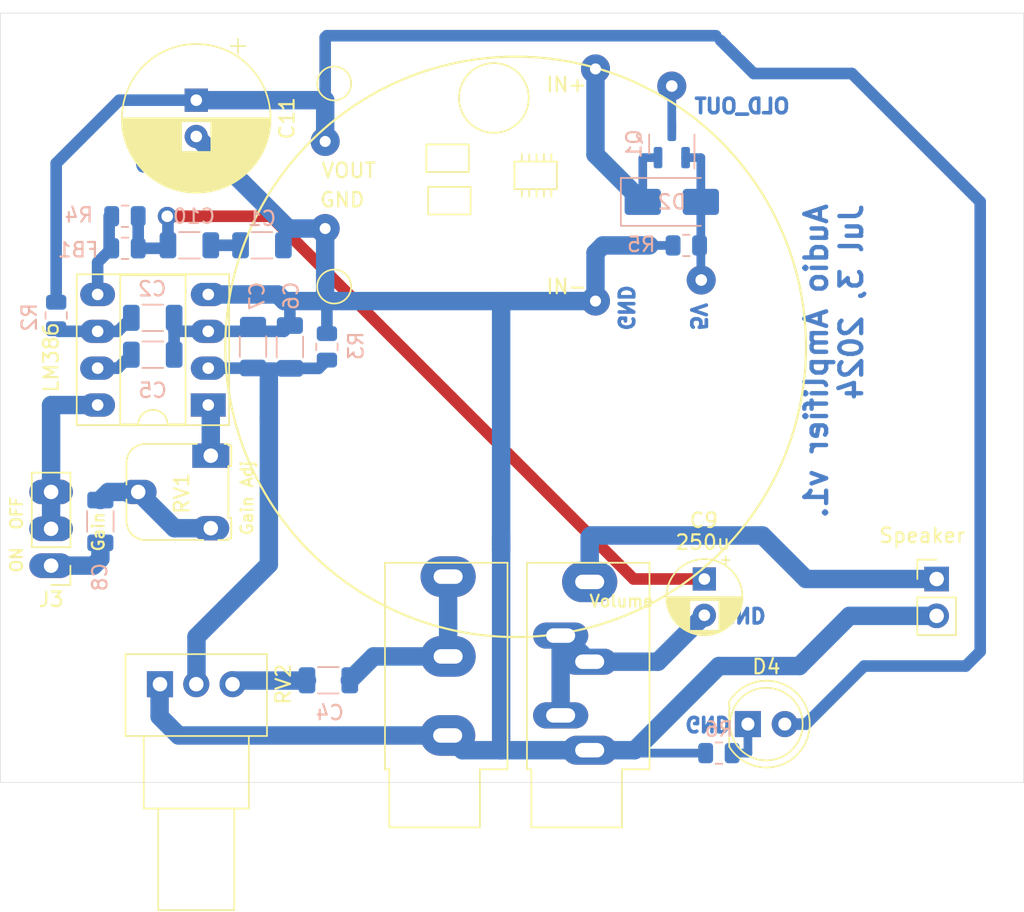
<source format=kicad_pcb>
(kicad_pcb (version 20221018) (generator pcbnew)
  (title_block (rev "1"))
  (layers (0 "F.Cu" signal "Front") (1 "In1.Cu" signal) (2 "In2.Cu" signal) (31 "B.Cu" signal "Back") (34 "B.Paste" user) (35 "F.Paste" user) (36 "B.SilkS" user "B.Silkscreen") (37 "F.SilkS" user "F.Silkscreen") (38 "B.Mask" user) (39 "F.Mask" user) (44 "Edge.Cuts" user))
  (net 0 "")
  (net 1 "GND")
  (net 2 "Net-(C1-Pad2)")
  (net 3 "Net-(U1-V+)")
  (net 4 "+12V")
  (net 5 "SIG_IN")
  (net 6 "Net-(C4-Pad2)")
  (net 7 "Net-(U1-BYPASS)")
  (net 8 "Net-(U1--)")
  (net 9 "Net-(J3-Pin_1)")
  (net 10 "Net-(C10-Pad2)")
  (net 11 "Net-(D2-K)")
  (net 12 "Net-(D2-A)")
  (net 13 "Net-(FB1-Pad1)")
  (net 14 "Net-(RV1-Pad1)")
  (net 15 "Net-(J3-Pin_2)")
  (net 16 "Net-(C8-Pad1)")
  (net 17 "AUDIO_OUT")
  (net 18 "Net-(J6-PadTN)")
  (net 19 "Net-(D4-K)")
  (net 20 "Net-(Q1-D)")
  (footprint "Potentiometer_THT:Potentiometer_Runtron_RM-065_Vertical" (layer "F.Cu") (at 139 57.5 -90)
    (fp_text reference "RV1" (at 2.6 2 -270) (layer "F.SilkS"))
    (fp_text value "100")
    (pad "1" thru_hole rect (at 0 0 270) (size 1.6764 2.54) (drill 1) (layers "*.Cu" "*.Mask") (net 14 "Net-(RV1-Pad1)"))
    (pad "2" thru_hole oval (at 2.5 5 270) (size 1.6764 2.54) (drill 1) (layers "*.Cu" "*.Mask") (net 16 "Net-(C8-Pad1)"))
    (pad "3" thru_hole oval (at 5 0 90) (size 1.6764 2.54) (drill 1) (layers "*.Cu" "*.Mask") (net 16 "Net-(C8-Pad1)"))
  )
  (footprint "Connector_PinHeader_2.54mm:PinHeader_1x03_P2.54mm_Vertical" (layer "F.Cu") (at 128 65.08 180)
    (fp_text reference "J3" (at 0 -2.33) (layer "F.SilkS"))
    (fp_text value "Gain" hide)
    (pad "1" thru_hole oval (at 0 0 180) (size 3 1.7) (drill 1) (layers "*.Cu" "*.Mask") (net 9 "Net-(J3-Pin_1)"))
    (pad "2" thru_hole oval (at 0 2.54 180) (size 3 1.7) (drill 1) (layers "*.Cu" "*.Mask") (net 15 "Net-(J3-Pin_2)"))
    (pad "3" thru_hole oval (at 0 5.08 180) (size 3 1.7) (drill 1) (layers "*.Cu" "*.Mask") (net 15 "Net-(J3-Pin_2)"))
  )
  (footprint "MountingHole:MountingHole_3.2mm_M3" (layer "F.Cu") (at 191 76 90)
    (fp_text reference "H4" hide)
    (fp_text value "MountingHole" hide)
    (pad "" np_thru_hole circle (at 0 0 90) (size 3.2 3.2) (drill 3.2) (layers "*.Cu" "*.Mask"))
  )
  (footprint "MountingHole:MountingHole_3.2mm_M3" (layer "F.Cu") (at 128 31 90)
    (fp_text reference "H1" hide)
    (fp_text value "MountingHole" hide)
    (pad "" np_thru_hole circle (at 0 0 90) (size 3.2 3.2) (drill 3.2) (layers "*.Cu" "*.Mask"))
  )
  (footprint "Connector_Audio:Jack_3.5mm_CUI_SJ1-3533NG_Horizontal" (layer "F.Cu") (at 155.318 77.8 180)
    (fp_text reference "J4" hide)
    (fp_text value "Audio_IN" hide)
    (pad "R" thru_hole oval (at -0.032 11.964 180) (size 3.8 2.8) (drill oval 2 1) (layers "*.Cu" "*.Mask") (net 5 "SIG_IN"))
    (pad "S" thru_hole oval (at 0 1.016 180) (size 3.8 2.8) (drill oval 2 1) (layers "*.Cu" "*.Mask") (net 1 "GND"))
    (pad "T" thru_hole oval (at -0.032 6.464 180) (size 3.8 2.8) (drill oval 2 1) (layers "*.Cu" "*.Mask") (net 5 "SIG_IN"))
  )
  (footprint "LED_THT:LED_D5.0mm" (layer "F.Cu") (at 176 76)
    (fp_text reference "D4" (at 1.27 -3.96) (layer "F.SilkS"))
    (fp_text value "PWR_OK")
    (pad "1" thru_hole rect (at 0 0) (size 1.8 1.8) (drill 0.9) (layers "*.Cu" "*.Mask") (net 19 "Net-(D4-K)"))
    (pad "2" thru_hole circle (at 2.54 0) (size 1.8 1.8) (drill 0.9) (layers "*.Cu" "*.Mask") (net 4 "+12V"))
  )
  (footprint "Connector_Audio:Jack_3.5mm_CUI_SJ1-3535NG_Horizontal" (layer "F.Cu") (at 165.1 77.8 180)
    (fp_text reference "J6" hide)
    (fp_text value "Headphones")
    (pad "R" thru_hole oval (at 2 7.9 180) (size 3.8 1.8) (drill oval 2 1) (layers "*.Cu" "*.Mask") (net 17 "AUDIO_OUT"))
    (pad "RN" thru_hole oval (at 0 6.1 180) (size 3.8 1.8) (drill oval 2 1) (layers "*.Cu" "*.Mask") (net 17 "AUDIO_OUT"))
    (pad "S" thru_hole oval (at 0 0 180) (size 3.8 2) (drill oval 2 1) (layers "*.Cu" "*.Mask") (net 1 "GND"))
    (pad "T" thru_hole oval (at 2 2.4 180) (size 3.8 1.8) (drill oval 2 1) (layers "*.Cu" "*.Mask") (net 17 "AUDIO_OUT"))
    (pad "TN" thru_hole oval (at 0 11.6 180) (size 3.8 2.8) (drill oval 2 1) (layers "*.Cu" "*.Mask") (net 18 "Net-(J6-PadTN)"))
  )
  (footprint "Connector_PinHeader_2.54mm:PinHeader_1x02_P2.54mm_Vertical" (layer "F.Cu") (at 189 66)
    (fp_text reference "LS1" hide)
    (fp_text value "Speaker" (at -1 -3) (layer "F.SilkS"))
    (pad "1" thru_hole rect (at 0 0) (size 1.7 1.7) (drill 1) (layers "*.Cu" "*.Mask") (net 18 "Net-(J6-PadTN)"))
    (pad "2" thru_hole oval (at 0 2.54) (size 1.7 1.7) (drill 1) (layers "*.Cu" "*.Mask") (net 1 "GND"))
  )
  (footprint "Package_DIP:DIP-8_W7.62mm_Socket_LongPads" (layer "F.Cu") (at 138.8254 54.0098 180)
    (fp_text reference "U1" hide)
    (fp_text value "LM386" (at 10.8254 3.283001 90) (layer "F.SilkS"))
    (pad "1" thru_hole rect (at 0 0 180) (size 2.4 1.6) (drill 0.8) (layers "*.Cu" "*.Mask") (net 14 "Net-(RV1-Pad1)"))
    (pad "2" thru_hole oval (at 0 2.54 180) (size 2.4 1.6) (drill 0.8) (layers "*.Cu" "*.Mask") (net 8 "Net-(U1--)"))
    (pad "3" thru_hole oval (at 0 5.08 180) (size 2.4 1.6) (drill 0.8) (layers "*.Cu" "*.Mask") (net 1 "GND"))
    (pad "4" thru_hole oval (at 0 7.62 180) (size 2.4 1.6) (drill 0.8) (layers "*.Cu" "*.Mask") (net 1 "GND"))
    (pad "5" thru_hole oval (at 7.62 7.62 180) (size 2.4 1.6) (drill 0.8) (layers "*.Cu" "*.Mask") (net 13 "Net-(FB1-Pad1)"))
    (pad "6" thru_hole oval (at 7.62 5.08 180) (size 2.4 1.6) (drill 0.8) (layers "*.Cu" "*.Mask") (net 3 "Net-(U1-V+)"))
    (pad "7" thru_hole oval (at 7.62 2.54 180) (size 2.4 1.6) (drill 0.8) (layers "*.Cu" "*.Mask") (net 7 "Net-(U1-BYPASS)"))
    (pad "8" thru_hole oval (at 7.62 0 180) (size 2.4 1.6) (drill 0.8) (layers "*.Cu" "*.Mask") (net 15 "Net-(J3-Pin_2)"))
  )
  (footprint "Potentiometer_THT:Potentiometer_Alps_RK09Y11_Single_Horizontal" (layer "F.Cu") (at 135.5 73.25 90)
    (fp_text reference "RV2" (at 0 8.5 90) (layer "F.SilkS"))
    (fp_text value "100k")
    (pad "1" thru_hole rect (at 0 0 270) (size 1.8 1.8) (drill 1) (layers "*.Cu" "*.Mask") (net 1 "GND"))
    (pad "2" thru_hole circle (at 0 2.5 270) (size 1.8 1.8) (drill 1) (layers "*.Cu" "*.Mask") (net 8 "Net-(U1--)"))
    (pad "3" thru_hole circle (at 0 5 270) (size 1.8 1.8) (drill 1) (layers "*.Cu" "*.Mask") (net 6 "Net-(C4-Pad2)"))
  )
  (footprint "!my-lib:SD6271_StepUp" (layer "F.Cu") (at 155.5 26.345)
    (fp_text reference "U2" hide)
    (fp_text value "SD6271 Step Up" hide)
    (fp_text user "IN-" (at 8 19.5 unlocked) (layer "F.SilkS"))
    (fp_text user "IN+" (at 8 5.58 unlocked) (layer "F.SilkS"))
    (fp_text user "GND" (at -7.437806 13.524214 unlocked) (layer "F.SilkS"))
    (fp_text user "VOUT" (at -7 11.5 unlocked) (layer "F.SilkS"))
    (pad "1" thru_hole circle (at 10 4.5) (size 2 2) (drill 0.762) (layers "*.Cu" "*.Mask") (net 11 "Net-(D2-K)"))
    (pad "2" thru_hole circle (at 10 20.5) (size 2 2) (drill 0.762) (layers "*.Cu" "*.Mask") (net 1 "GND"))
    (pad "3" thru_hole circle (at -8.62 15.5) (size 2 2) (drill 0.762) (layers "*.Cu" "*.Mask") (net 1 "GND"))
    (pad "4" thru_hole circle (at -8.62 9.5) (size 2 2) (drill 0.762) (layers "*.Cu" "*.Mask") (net 4 "+12V"))
  )
  (footprint "Capacitor_THT:CP_Radial_D5.0mm_P2.50mm" (layer "F.Cu") (at 173 66 -90)
    (fp_text reference "C9" (at -4.040025 0.036331) (layer "F.SilkS"))
    (fp_text value "250u" (at -2.533129 0.117057) (layer "F.SilkS"))
    (pad "1" thru_hole rect (at 0 0 270) (size 1.6 1.6) (drill 0.8) (layers "*.Cu" "*.Mask") (net 10 "Net-(C10-Pad2)"))
    (pad "2" thru_hole circle (at 2.5 0 270) (size 1.6 1.6) (drill 0.8) (layers "*.Cu" "*.Mask") (net 17 "AUDIO_OUT"))
  )
  (footprint "Capacitor_THT:CP_Radial_D10.0mm_P2.50mm" (layer "F.Cu") (at 138 33 -90)
    (fp_text reference "C11" (at 1.25 -6.25 90) (layer "F.SilkS"))
    (fp_text value "1000u")
    (pad "1" thru_hole rect (at 0 0 270) (size 1.6 1.6) (drill 0.8) (layers "*.Cu" "*.Mask") (net 4 "+12V"))
    (pad "2" thru_hole circle (at 2.5 0 270) (size 1.6 1.6) (drill 0.8) (layers "*.Cu" "*.Mask") (net 1 "GND"))
  )
  (footprint "MountingHole:MountingHole_3.2mm_M3" (layer "F.Cu") (at 128 76 90)
    (fp_text reference "H2" hide)
    (fp_text value "MountingHole" hide)
    (pad "" np_thru_hole circle (at 0 0 90) (size 3.2 3.2) (drill 3.2) (layers "*.Cu" "*.Mask"))
  )
  (footprint "MountingHole:MountingHole_3.2mm_M3" (layer "F.Cu") (at 191 31 180)
    (fp_text reference "H3" hide)
    (fp_text value "MountingHole" hide)
    (pad "" np_thru_hole circle (at 0 0 180) (size 3.2 3.2) (drill 3.2) (layers "*.Cu" "*.Mask"))
  )
  (footprint "Diode_SMD:D_SMA" (layer "B.Cu") (at 170.756593 40.010341)
    (fp_text reference "D2" (at 0 0) (layer "B.SilkS") (effects (justify mirror)))
    (fp_text value "Schottky")
    (pad "1" smd roundrect (at -2 0) (size 2.5 1.8) (layers "B.Cu" "B.Paste" "B.Mask") (roundrect_rratio 0.1388888889) (net 11 "Net-(D2-K)"))
    (pad "2" smd roundrect (at 2 0) (size 2.5 1.8) (layers "B.Cu" "B.Paste" "B.Mask") (roundrect_rratio 0.1388888889) (net 12 "Net-(D2-A)"))
  )
  (footprint "Capacitor_SMD:C_1206_3216Metric" (layer "B.Cu") (at 131.393948 62.034406 -90)
    (fp_text reference "C8" (at 3.834266 0.030848 -270) (layer "B.SilkS") (effects (justify mirror)))
    (fp_text value "10u")
    (pad "1" smd roundrect (at -1.475 0 270) (size 1.15 1.8) (layers "B.Cu" "B.Paste" "B.Mask") (roundrect_rratio 0.217391) (net 16 "Net-(C8-Pad1)"))
    (pad "2" smd roundrect (at 1.475 0 270) (size 1.15 1.8) (layers "B.Cu" "B.Paste" "B.Mask") (roundrect_rratio 0.217391) (net 9 "Net-(J3-Pin_1)"))
  )
  (footprint "Resistor_SMD:R_0805_2012Metric" (layer "B.Cu") (at 174 78 180)
    (fp_text reference "R6" (at 0 1.65) (layer "B.SilkS") (effects (justify mirror)))
    (fp_text value "10k")
    (pad "1" smd roundrect (at -0.9125 0 180) (size 1.025 1.4) (layers "B.Cu" "B.Paste" "B.Mask") (roundrect_rratio 0.243902) (net 19 "Net-(D4-K)"))
    (pad "2" smd roundrect (at 0.9125 0 180) (size 1.025 1.4) (layers "B.Cu" "B.Paste" "B.Mask") (roundrect_rratio 0.243902) (net 1 "GND"))
  )
  (footprint "Resistor_SMD:R_0805_2012Metric" (layer "B.Cu") (at 147 50 -90)
    (fp_text reference "R3" (at -0.072311 -2 90) (layer "B.SilkS") (effects (justify mirror)))
    (fp_text value "12k")
    (pad "1" smd roundrect (at -0.9125 0 270) (size 1.025 1.4) (layers "B.Cu" "B.Paste" "B.Mask") (roundrect_rratio 0.243902) (net 1 "GND"))
    (pad "2" smd roundrect (at 0.9125 0 270) (size 1.025 1.4) (layers "B.Cu" "B.Paste" "B.Mask") (roundrect_rratio 0.243902) (net 8 "Net-(U1--)"))
  )
  (footprint "Package_TO_SOT_SMD:SOT-23" (layer "B.Cu") (at 170.756593 36.019983 90)
    (fp_text reference "Q1" (at 0.002626 -2.602255 90) (layer "B.SilkS") (effects (justify mirror)))
    (fp_text value "AO3407")
    (pad "1" smd roundrect (at -0.9375 0.95 90) (size 1.475 0.6) (layers "B.Cu" "B.Paste" "B.Mask") (net 12 "Net-(D2-A)"))
    (pad "2" smd roundrect (at -0.9375 -0.95 90) (size 1.475 0.6) (layers "B.Cu" "B.Paste" "B.Mask") (net 11 "Net-(D2-K)"))
    (pad "3" smd roundrect (at 0.9375 0 90) (size 1.475 0.6) (layers "B.Cu" "B.Paste" "B.Mask") (net 20 "Net-(Q1-D)"))
  )
  (footprint "Resistor_SMD:R_0805_2012Metric" (layer "B.Cu") (at 133.0875 40.9981)
    (fp_text reference "R4" (at -3.175 -0.0762) (layer "B.SilkS") (effects (justify mirror)))
    (fp_text value "47")
    (pad "1" smd roundrect (at -0.9125 0) (size 1.025 1.4) (layers "B.Cu" "B.Paste" "B.Mask") (roundrect_rratio 0.243902) (net 13 "Net-(FB1-Pad1)"))
    (pad "2" smd roundrect (at 0.9125 0) (size 1.025 1.4) (layers "B.Cu" "B.Paste" "B.Mask") (roundrect_rratio 0.243902) (net 10 "Net-(C10-Pad2)"))
  )
  (footprint "Capacitor_SMD:C_1206_3216Metric" (layer "B.Cu") (at 144.4488 50.0066 -90)
    (fp_text reference "C6" (at -3.523753 -0.084389 -270) (layer "B.SilkS") (effects (justify mirror)))
    (fp_text value "2.2n")
    (pad "1" smd roundrect (at -1.475 0 270) (size 1.15 1.8) (layers "B.Cu" "B.Paste" "B.Mask") (roundrect_rratio 0.217391) (net 1 "GND"))
    (pad "2" smd roundrect (at 1.475 0 270) (size 1.15 1.8) (layers "B.Cu" "B.Paste" "B.Mask") (roundrect_rratio 0.217391) (net 8 "Net-(U1--)"))
  )
  (footprint "Capacitor_SMD:C_1206_3216Metric" (layer "B.Cu") (at 142.525 43 180)
    (fp_text reference "C1" (at 0 1.85) (layer "B.SilkS") (effects (justify mirror)))
    (fp_text value "100n")
    (pad "1" smd roundrect (at -1.475 0 180) (size 1.15 1.8) (layers "B.Cu" "B.Paste" "B.Mask") (roundrect_rratio 0.217391) (net 1 "GND"))
    (pad "2" smd roundrect (at 1.475 0 180) (size 1.15 1.8) (layers "B.Cu" "B.Paste" "B.Mask") (roundrect_rratio 0.217391) (net 2 "Net-(C1-Pad2)"))
  )
  (footprint "Resistor_SMD:R_0805_2012Metric" (layer "B.Cu") (at 171.756593 43.010341 180)
    (fp_text reference "R5" (at 3.101288 0.067349) (layer "B.SilkS") (effects (justify mirror)))
    (fp_text value "100k")
    (pad "1" smd roundrect (at -0.9125 0 180) (size 1.025 1.4) (layers "B.Cu" "B.Paste" "B.Mask") (roundrect_rratio 0.243902) (net 12 "Net-(D2-A)"))
    (pad "2" smd roundrect (at 0.9125 0 180) (size 1.025 1.4) (layers "B.Cu" "B.Paste" "B.Mask") (roundrect_rratio 0.243902) (net 1 "GND"))
  )
  (footprint "Capacitor_SMD:C_1206_3216Metric" (layer "B.Cu") (at 141.9088 49.9812 -90)
    (fp_text reference "C7" (at -3.485953 -0.280834 -270) (layer "B.SilkS") (effects (justify mirror)))
    (fp_text value "2.2n")
    (pad "1" smd roundrect (at -1.475 0 270) (size 1.15 1.8) (layers "B.Cu" "B.Paste" "B.Mask") (roundrect_rratio 0.217391) (net 1 "GND"))
    (pad "2" smd roundrect (at 1.475 0 270) (size 1.15 1.8) (layers "B.Cu" "B.Paste" "B.Mask") (roundrect_rratio 0.217391) (net 8 "Net-(U1--)"))
  )
  (footprint "Resistor_SMD:R_0805_2012Metric" (layer "B.Cu") (at 133.0894 43.2079)
    (fp_text reference "FB1" (at -3.237532 0.106145) (layer "B.SilkS") (effects (justify mirror)))
    (fp_text value "FerriteBead" hide)
    (pad "1" smd roundrect (at -0.9125 0) (size 1.025 1.4) (layers "B.Cu" "B.Paste" "B.Mask") (roundrect_rratio 0.243902) (net 13 "Net-(FB1-Pad1)"))
    (pad "2" smd roundrect (at 0.9125 0) (size 1.025 1.4) (layers "B.Cu" "B.Paste" "B.Mask") (roundrect_rratio 0.243902) (net 10 "Net-(C10-Pad2)"))
  )
  (footprint "Capacitor_SMD:C_1206_3216Metric" (layer "B.Cu") (at 135 48 180)
    (fp_text reference "C2" (at 0.030514 2) (layer "B.SilkS") (effects (justify mirror)))
    (fp_text value "100n")
    (pad "1" smd roundrect (at -1.475 0 180) (size 1.15 1.8) (layers "B.Cu" "B.Paste" "B.Mask") (roundrect_rratio 0.217391) (net 1 "GND"))
    (pad "2" smd roundrect (at 1.475 0 180) (size 1.15 1.8) (layers "B.Cu" "B.Paste" "B.Mask") (roundrect_rratio 0.217391) (net 3 "Net-(U1-V+)"))
  )
  (footprint "Capacitor_SMD:C_1206_3216Metric" (layer "B.Cu") (at 137.525 43 180)
    (fp_text reference "C10" (at -0.322906 2) (layer "B.SilkS") (effects (justify mirror)))
    (fp_text value "100n")
    (pad "1" smd roundrect (at -1.475 0 180) (size 1.15 1.8) (layers "B.Cu" "B.Paste" "B.Mask") (roundrect_rratio 0.217391) (net 2 "Net-(C1-Pad2)"))
    (pad "2" smd roundrect (at 1.475 0 180) (size 1.15 1.8) (layers "B.Cu" "B.Paste" "B.Mask") (roundrect_rratio 0.217391) (net 10 "Net-(C10-Pad2)"))
  )
  (footprint "Capacitor_SMD:C_1206_3216Metric" (layer "B.Cu") (at 147.1 72.9805 180)
    (fp_text reference "C4" (at -0.093793 -2.235499) (layer "B.SilkS") (effects (justify mirror)))
    (fp_text value "4.7u")
    (pad "1" smd roundrect (at -1.475 0 180) (size 1.15 1.8) (layers "B.Cu" "B.Paste" "B.Mask") (roundrect_rratio 0.217391) (net 5 "SIG_IN"))
    (pad "2" smd roundrect (at 1.475 0 180) (size 1.15 1.8) (layers "B.Cu" "B.Paste" "B.Mask") (roundrect_rratio 0.217391) (net 6 "Net-(C4-Pad2)"))
  )
  (footprint "Capacitor_SMD:C_1206_3216Metric" (layer "B.Cu") (at 135.0018 50.54 180)
    (fp_text reference "C5" (at 0.0018 -2.46) (layer "B.SilkS") (effects (justify mirror)))
    (fp_text value "10u")
    (pad "1" smd roundrect (at -1.475 0 180) (size 1.15 1.8) (layers "B.Cu" "B.Paste" "B.Mask") (roundrect_rratio 0.217391) (net 1 "GND"))
    (pad "2" smd roundrect (at 1.475 0 180) (size 1.15 1.8) (layers "B.Cu" "B.Paste" "B.Mask") (roundrect_rratio 0.217391) (net 7 "Net-(U1-BYPASS)"))
  )
  (footprint "Resistor_SMD:R_0805_2012Metric" (layer "B.Cu") (at 128.350634 47.837569 -90)
    (fp_text reference "R2" (at 0.127607 1.849398 -270) (layer "B.SilkS") (effects (justify mirror)))
    (fp_text value "10")
    (pad "1" smd roundrect (at -0.9125 0 270) (size 1.025 1.4) (layers "B.Cu" "B.Paste" "B.Mask") (roundrect_rratio 0.243902) (net 4 "+12V"))
    (pad "2" smd roundrect (at 0.9125 0 270) (size 1.025 1.4) (layers "B.Cu" "B.Paste" "B.Mask") (roundrect_rratio 0.243902) (net 3 "Net-(U1-V+)"))
  )
  (gr_circle (center 160 50) (end 176 62) (stroke (width 0.1524)) (fill none) (layer "F.SilkS"))
  (gr_rect (start 124.5 27) (end 195 80.0254) (stroke (width 0.0381)) (fill none) (layer "Edge.Cuts"))
  (gr_text "GND" (at 167 49 270) (layer "B.Cu") (effects (font (size 1 1) (thickness 0.25) bold) (justify left bottom mirror)))
  (gr_text "GND" (at 173.985268 67.891488 180) (layer "B.Cu") (effects (font (size 1 1) (thickness 0.25) bold) (justify left bottom mirror)))
  (gr_text "GND" (at 171.549375 75.399969 180) (layer "B.Cu") (effects (font (size 1 1) (thickness 0.25) bold) (justify left bottom mirror)))
  (gr_text "5V" (at 172 49 270) (layer "B.Cu") (effects (font (size 1 1) (thickness 0.25) bold) (justify left bottom mirror)))
  (gr_text "GND" (at 137 38) (layer "B.Cu") (effects (font (size 1 1) (thickness 0.25) bold) (justify left bottom mirror)))
  (gr_text "Audio Amplifier v1. \nJul 3, 2024" (at 184 40 90) (layer "B.Cu") (effects (font (size 1.5 1.5) (thickness 0.3) bold) (justify left bottom mirror)))
  (gr_text "OLD_OUT\n" (at 179 34) (layer "B.Cu") (effects (font (size 1 1) (thickness 0.25) bold) (justify left bottom mirror)))
  (gr_text "Volume" (at 165 68) (layer "F.SilkS") (effects (font (size 0.8128 0.8128) (thickness 0.1524) bold) (justify left bottom)))
  (gr_text "Gain Adj" (at 141.970474 63.070752 90) (layer "F.SilkS") (effects (font (size 0.8128 0.8128) (thickness 0.1524) bold) (justify left bottom)))
  (gr_text "ON  OFF\n" (at 126.100079 65.629802 90) (layer "F.SilkS") (effects (font (size 0.8128 0.8128) (thickness 0.1524) bold) (justify left bottom)))
  (gr_text "Gain" (at 131.729394 64.188885 90) (layer "F.SilkS") (effects (font (size 0.8128 0.8128) (thickness 0.1524) bold) (justify left bottom)))
  (segment (start 135.475 75.475) (end 135.475 73) (width 1.27) (layer "B.Cu") (net 1))
  (segment (start 168.2 77.8) (end 165.1 77.8) (width 1.27) (layer "B.Cu") (net 1))
  (segment (start 169.212843 43.010341) (end 166.010341 43.010341) (width 1.27) (layer "B.Cu") (net 1))
  (segment (start 146.88 46.725) (end 147 46.845) (width 1.27) (layer "B.Cu") (net 1))
  (segment (start 166.010341 43.010341) (end 165.5 43.520682) (width 1.27) (layer "B.Cu") (net 1))
  (segment (start 147 49.0875) (end 147 46.845) (width 0.8) (layer "B.Cu") (net 1))
  (segment (start 159 77.8) (end 156.334 77.8) (width 1.27) (layer "B.Cu") (net 1))
  (segment (start 170.844093 43.010341) (end 169.212843 43.010341) (width 0.6) (layer "B.Cu") (net 1))
  (segment (start 138.8254 48.9298) (end 144.0506 48.9298) (width 0.8) (layer "B.Cu") (net 1))
  (segment (start 144.0654 46.845) (end 143.6102 46.3898) (width 1.27) (layer "B.Cu") (net 1))
  (segment (start 144.345 41.845) (end 146.88 41.845) (width 1.27) (layer "B.Cu") (net 1))
  (segment (start 144.0506 48.9298) (end 144.4488 48.5316) (width 0.8) (layer "B.Cu") (net 1))
  (segment (start 168.2 77.8) (end 174 72) (width 1.27) (layer "B.Cu") (net 1))
  (segment (start 183 68.54) (end 189 68.54) (width 1.27) (layer "B.Cu") (net 1))
  (segment (start 144.4488 47.2284) (end 144.0654 46.845) (width 0.8) (layer "B.Cu") (net 1))
  (segment (start 138.8254 48.9298) (end 136.5452 48.9298) (width 0.8) (layer "B.Cu") (net 1))
  (segment (start 138.8254 46.3898) (end 143.6102 46.3898) (width 1.27) (layer "B.Cu") (net 1))
  (segment (start 159 46.845) (end 165.5 46.845) (width 1.27) (layer "B.Cu") (net 1))
  (segment (start 136.475 49) (end 136.475 50.5382) (width 0.8) (layer "B.Cu") (net 1))
  (segment (start 168.4 78) (end 168.2 77.8) (width 0.6) (layer "B.Cu") (net 1))
  (segment (start 136.784 76.784) (end 135.475 75.475) (width 1.27) (layer "B.Cu") (net 1))
  (segment (start 147 46.845) (end 144.0654 46.845) (width 1.27) (layer "B.Cu") (net 1))
  (segment (start 138 35.5) (end 144.345 41.845) (width 1.27) (layer "B.Cu") (net 1))
  (segment (start 136.475 48) (end 136.475 49) (width 0.8) (layer "B.Cu") (net 1))
  (segment (start 144.4488 48.5316) (end 144.4488 47.2284) (width 0.8) (layer "B.Cu") (net 1))
  (segment (start 148 46.845) (end 159 46.845) (width 1.27) (layer "B.Cu") (net 1))
  (segment (start 173.0875 78) (end 168.4 78) (width 0.6) (layer "B.Cu") (net 1))
  (segment (start 155.318 76.784) (end 136.784 76.784) (width 1.27) (layer "B.Cu") (net 1))
  (segment (start 165.5 43.520682) (end 165.5 46.845) (width 1.27) (layer "B.Cu") (net 1))
  (segment (start 159 64) (end 159 63) (width 1.27) (layer "B.Cu") (net 1))
  (segment (start 136.5452 48.9298) (end 136.475 49) (width 0.8) (layer "B.Cu") (net 1))
  (segment (start 165.1 77.8) (end 159 77.8) (width 1.27) (layer "B.Cu") (net 1))
  (segment (start 174 72) (end 179.54 72) (width 1.27) (layer "B.Cu") (net 1))
  (segment (start 159 77.8) (end 159 64) (width 1.27) (layer "B.Cu") (net 1))
  (segment (start 159 64) (end 159 46.845) (width 1.27) (layer "B.Cu") (net 1))
  (segment (start 179.54 72) (end 183 68.54) (width 1.27) (layer "B.Cu") (net 1))
  (segment (start 156.334 77.8) (end 155.318 76.784) (width 1.27) (layer "B.Cu") (net 1))
  (segment (start 146.88 41.845) (end 146.88 46.725) (width 1.27) (layer "B.Cu") (net 1))
  (segment (start 148 46.845) (end 147 46.845) (width 1.27) (layer "B.Cu") (net 1))
  (segment (start 139 43) (end 141.05 43) (width 0.8) (layer "B.Cu") (net 2))
  (segment (start 131.2054 48.9298) (end 132.5952 48.9298) (width 0.8) (layer "B.Cu") (net 3))
  (segment (start 128.530365 48.9298) (end 128.350634 48.750069) (width 0.8) (layer "B.Cu") (net 3))
  (segment (start 132.5952 48.9298) (end 133.525 48) (width 0.8) (layer "B.Cu") (net 3))
  (segment (start 131.2054 48.9298) (end 128.530365 48.9298) (width 0.8) (layer "B.Cu") (net 3))
  (segment (start 147 28.556) (end 146.88 28.676) (width 0.8) (layer "B.Cu") (net 4))
  (segment (start 192 71) (end 192 40) (width 0.8) (layer "B.Cu") (net 4))
  (segment (start 146.88 28.676) (end 146.88 33) (width 0.8) (layer "B.Cu") (net 4))
  (segment (start 128.350634 37.350634) (end 132.701268 33) (width 0.8) (layer "B.Cu") (net 4))
  (segment (start 138 33) (end 146.88 33) (width 1.27) (layer "B.Cu") (net 4))
  (segment (start 191 72) (end 192 71) (width 0.8) (layer "B.Cu") (net 4))
  (segment (start 174.118446 28.881554) (end 176.397943 31.161051) (width 0.8) (layer "B.Cu") (net 4))
  (segment (start 183.161051 31.161051) (end 176.397943 31.161051) (width 0.8) (layer "B.Cu") (net 4))
  (segment (start 192 40) (end 183.161051 31.161051) (width 0.8) (layer "B.Cu") (net 4))
  (segment (start 132.701268 33) (end 138 33) (width 0.8) (layer "B.Cu") (net 4))
  (segment (start 146.88 33) (end 146.88 35.845) (width 1.27) (layer "B.Cu") (net 4))
  (segment (start 173.792891 28.556) (end 147 28.556) (width 0.8) (layer "B.Cu") (net 4))
  (segment (start 180 76) (end 184 72) (width 0.8) (layer "B.Cu") (net 4))
  (segment (start 128.350634 46.925069) (end 128.350634 37.350634) (width 0.8) (layer "B.Cu") (net 4))
  (segment (start 178.54 76) (end 180 76) (width 0.8) (layer "B.Cu") (net 4))
  (segment (start 184 72) (end 191 72) (width 0.8) (layer "B.Cu") (net 4))
  (segment (start 155.35 65.836) (end 155.35 71.336) (width 1.27) (layer "B.Cu") (net 5))
  (segment (start 150.2195 71.336) (end 155.35 71.336) (width 1.27) (layer "B.Cu") (net 5))
  (segment (start 148.575 72.9805) (end 150.2195 71.336) (width 1.27) (layer "B.Cu") (net 5))
  (segment (start 140.555 73) (end 145.6055 73) (width 1.27) (layer "B.Cu") (net 6))
  (segment (start 145.6055 73) (end 145.625 72.9805) (width 1.27) (layer "B.Cu") (net 6))
  (segment (start 132.597 51.4698) (end 133.5268 50.54) (width 0.8) (layer "B.Cu") (net 7))
  (segment (start 131.2054 51.4698) (end 132.597 51.4698) (width 0.8) (layer "B.Cu") (net 7))
  (segment (start 143 65) (end 143 54.9125) (width 1.27) (layer "B.Cu") (net 8))
  (segment (start 143 54.9125) (end 143 52) (width 1.27) (layer "B.Cu") (net 8))
  (segment (start 144.4488 51.4816) (end 146.4309 51.4816) (width 0.8) (layer "B.Cu") (net 8))
  (segment (start 143 51.4698) (end 144.437 51.4698) (width 0.8) (layer "B.Cu") (net 8))
  (segment (start 138.015 69.985) (end 143 65) (width 1.27) (layer "B.Cu") (net 8))
  (segment (start 138.8254 51.4698) (end 143 51.4698) (width 0.8) (layer "B.Cu") (net 8))
  (segment (start 146.4309 51.4816) (end 147 50.9125) (width 0.8) (layer "B.Cu") (net 8))
  (segment (start 138.015 73) (end 138.015 69.985) (width 1.27) (layer "B.Cu") (net 8))
  (segment (start 128 65.08) (end 130.92 65.08) (width 1.27) (layer "B.Cu") (net 9))
  (segment (start 130.92 65.08) (end 131.393948 64.606052) (width 1.27) (layer "B.Cu") (net 9))
  (segment (start 131.393948 64.606052) (end 131.393948 63.509406) (width 1.27) (layer "B.Cu") (net 9))
  (segment (start 136 41) (end 143.12519 41) (width 0.8) (layer "F.Cu") (net 10))
  (segment (start 143.12519 41) (end 168.12519 66) (width 0.8) (layer "F.Cu") (net 10))
  (segment (start 168.12519 66) (end 173 66) (width 0.8) (layer "F.Cu") (net 10))
  (via (at 136 41) (size 1.3) (drill 0.8) (layers "F.Cu" "B.Cu") (net 10))
  (segment (start 134 40.9981) (end 134 43.206) (width 0.8) (layer "B.Cu") (net 10))
  (segment (start 136.05 43) (end 136.05 41.05) (width 0.8) (layer "B.Cu") (net 10))
  (segment (start 136.05 41.05) (end 136 41) (width 0.8) (layer "B.Cu") (net 10))
  (segment (start 134.0019 43.2079) (end 135.8421 43.2079) (width 0.8) (layer "B.Cu") (net 10))
  (segment (start 135.8421 43.2079) (end 136.05 43) (width 0.8) (layer "B.Cu") (net 10))
  (segment (start 168.756593 37.010341) (end 168.756593 40.010341) (width 0.6) (layer "B.Cu") (net 11))
  (segment (start 169.806593 36.957483) (end 168.809451 36.957483) (width 0.6) (layer "B.Cu") (net 11))
  (segment (start 165.5 36.753748) (end 168.756593 40.010341) (width 1.27) (layer "B.Cu") (net 11))
  (segment (start 165.5 30.845) (end 165.5 36.753748) (width 1.27) (layer "B.Cu") (net 11))
  (segment (start 168.809451 36.957483) (end 168.756593 37.010341) (width 0.6) (layer "B.Cu") (net 11))
  (via (at 172.783059 45.395972) (size 2) (drill 0.8) (layers "F.Cu" "B.Cu") (net 12))
  (segment (start 172.756593 45.369506) (end 172.783059 45.395972) (width 0.6) (layer "B.Cu") (net 12))
  (segment (start 172.756593 40.010341) (end 172.756593 36.957483) (width 0.6) (layer "B.Cu") (net 12))
  (segment (start 172.756593 40.010341) (end 172.756593 44.010341) (width 0.6) (layer "B.Cu") (net 12))
  (segment (start 171.706593 36.957483) (end 172.756593 36.957483) (width 0.6) (layer "B.Cu") (net 12))
  (segment (start 172.756593 44.010341) (end 172.756593 45.369506) (width 0.6) (layer "B.Cu") (net 12))
  (segment (start 132.051 43.1569) (end 132 43.2079) (width 0.8) (layer "B.Cu") (net 13))
  (segment (start 131.2054 46.3898) (end 131.2054 44.1794) (width 0.8) (layer "B.Cu") (net 13))
  (segment (start 131.2054 44.1794) (end 132.1769 43.2079) (width 0.8) (layer "B.Cu") (net 13))
  (segment (start 132 43.2079) (end 132 41) (width 0.8) (layer "B.Cu") (net 13))
  (segment (start 139 54.1844) (end 138.8254 54.0098) (width 1.27) (layer "B.Cu") (net 14))
  (segment (start 139 57.5) (end 139 54.1844) (width 1.27) (layer "B.Cu") (net 14))
  (segment (start 128 62.54) (end 128 60) (width 1.27) (layer "B.Cu") (net 15))
  (segment (start 128 54.0196) (end 128 60) (width 1.27) (layer "B.Cu") (net 15))
  (segment (start 128.0098 54.0098) (end 128 54.0196) (width 1.27) (layer "B.Cu") (net 15))
  (segment (start 131.2054 54.0098) (end 128.0098 54.0098) (width 1.27) (layer "B.Cu") (net 15))
  (segment (start 134 60) (end 131.953354 60) (width 1.27) (layer "B.Cu") (net 16))
  (segment (start 136.5 62.5) (end 139 62.5) (width 1.27) (layer "B.Cu") (net 16))
  (segment (start 131.953354 60) (end 131.393948 60.559406) (width 1.27) (layer "B.Cu") (net 16))
  (segment (start 134 60) (end 136.5 62.5) (width 1.27) (layer "B.Cu") (net 16))
  (segment (start 169.8 71.7) (end 173 68.5) (width 1.27) (layer "B.Cu") (net 17))
  (segment (start 165.1 71.7) (end 169.8 71.7) (width 1.27) (layer "B.Cu") (net 17))
  (segment (start 163.3 69.9) (end 165.1 71.7) (width 1.27) (layer "B.Cu") (net 17))
  (segment (start 163.1 75.4) (end 163.1 69.9) (width 1.27) (layer "B.Cu") (net 17))
  (segment (start 180 66) (end 189 66) (width 1.27) (layer "B.Cu") (net 18))
  (segment (start 165.1 63.1) (end 165.2 63) (width 1.27) (layer "B.Cu") (net 18))
  (segment (start 165.1 66.2) (end 165.1 63.1) (width 1.27) (layer "B.Cu") (net 18))
  (segment (start 165.2 63) (end 177 63) (width 1.27) (layer "B.Cu") (net 18))
  (segment (start 177 63) (end 180 66) (width 1.27) (layer "B.Cu") (net 18))
  (segment (start 174.9125 78) (end 176 78) (width 0.6) (layer "B.Cu") (net 19))
  (segment (start 176 78) (end 176 76) (width 0.6) (layer "B.Cu") (net 19))
  (via (at 170.755093 32.025335) (size 2) (drill 0.8) (layers "F.Cu" "B.Cu") (net 20))
  (segment (start 170.756593 32.026835) (end 170.755093 32.025335) (width 0.6) (layer "B.Cu") (net 20))
  (segment (start 170.756593 35.082483) (end 170.756593 32.026835) (width 0.6) (layer "B.Cu") (net 20))
)
</source>
